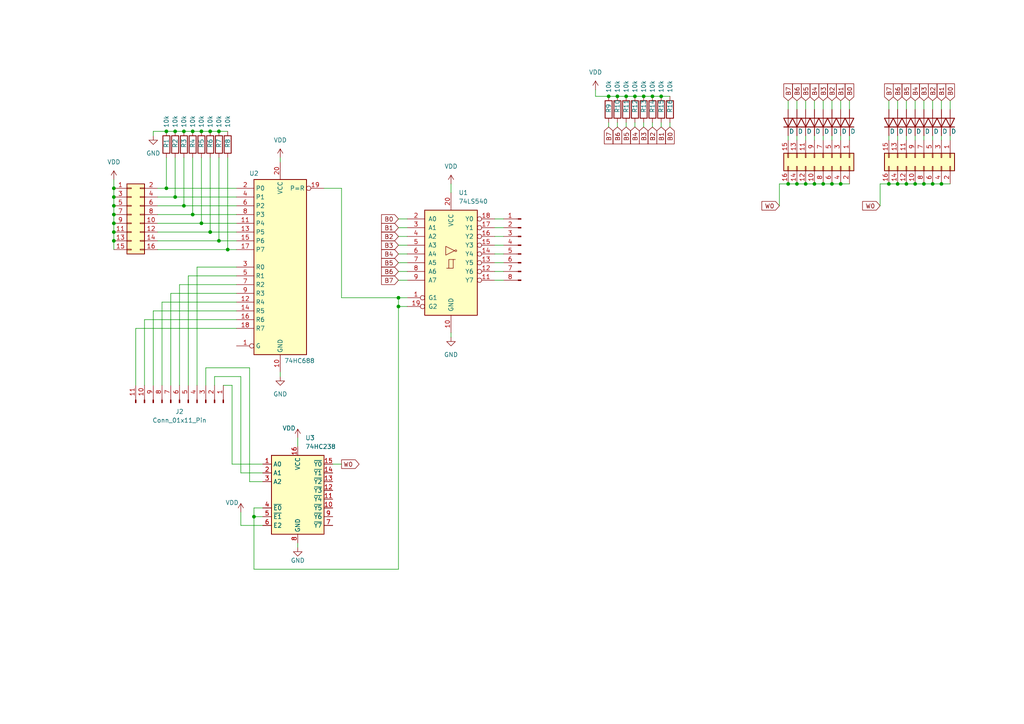
<source format=kicad_sch>
(kicad_sch (version 20231120) (generator "eeschema") (generator_version "8.0")
  (paper "A4")
  (lib_symbols
    (symbol "74xx:74HC138"
      (property "Reference" "U" (at -7.62 13.97 0))
      (property "Value" "74HC138" (at 2.54 -11.43 0))
      (symbol "74HC138_0_1"
        (rectangle (start -7.62 12.7) (end 7.62 -10.16) (stroke (width 0.254)) (fill (type background)))
      )
      (symbol "74HC138_1_1"
        (pin input line (at -10.16 10.16 0) (length 2.54) (name "A0") (number "1"))
        (pin output line (at 10.16 -2.54 180) (length 2.54) (name "~{Y5}") (number "10"))
        (pin output line (at 10.16 0 180) (length 2.54) (name "~{Y4}") (number "11"))
        (pin output line (at 10.16 2.54 180) (length 2.54) (name "~{Y3}") (number "12"))
        (pin output line (at 10.16 5.08 180) (length 2.54) (name "~{Y2}") (number "13"))
        (pin output line (at 10.16 7.62 180) (length 2.54) (name "~{Y1}") (number "14"))
        (pin output line (at 10.16 10.16 180) (length 2.54) (name "~{Y0}") (number "15"))
        (pin power_in line (at 0 15.24 270) (length 2.54) (name "VCC") (number "16"))
        (pin input line (at -10.16 7.62 0) (length 2.54) (name "A1") (number "2"))
        (pin input line (at -10.16 5.08 0) (length 2.54) (name "A2") (number "3"))
        (pin input line (at -10.16 -2.54 0) (length 2.54) (name "~{E0}") (number "4"))
        (pin input line (at -10.16 -5.08 0) (length 2.54) (name "~{E1}") (number "5"))
        (pin input line (at -10.16 -7.62 0) (length 2.54) (name "E2") (number "6"))
        (pin output line (at 10.16 -7.62 180) (length 2.54) (name "~{Y7}") (number "7"))
        (pin power_in line (at 0 -12.7 90) (length 2.54) (name "GND") (number "8"))
        (pin output line (at 10.16 -5.08 180) (length 2.54) (name "~{Y6}") (number "9"))
      )
    )
    (symbol "74xx:74HC688"
      (property "Reference" "U" (at -7.62 26.67 0))
      (property "Value" "74HC688" (at -7.62 -26.67 0))
      (symbol "74HC688_1_0"
        (pin input inverted (at -12.7 -22.86 0) (length 5.08) (name "G") (number "1"))
        (pin power_in line (at 0 -30.48 90) (length 5.08) (name "GND") (number "10"))
        (pin input line (at -12.7 12.7 0) (length 5.08) (name "P4") (number "11"))
        (pin input line (at -12.7 -10.16 0) (length 5.08) (name "R4") (number "12"))
        (pin input line (at -12.7 10.16 0) (length 5.08) (name "P5") (number "13"))
        (pin input line (at -12.7 -12.7 0) (length 5.08) (name "R5") (number "14"))
        (pin input line (at -12.7 7.62 0) (length 5.08) (name "P6") (number "15"))
        (pin input line (at -12.7 -15.24 0) (length 5.08) (name "R6") (number "16"))
        (pin input line (at -12.7 5.08 0) (length 5.08) (name "P7") (number "17"))
        (pin input line (at -12.7 -17.78 0) (length 5.08) (name "R7") (number "18"))
        (pin output inverted (at 12.7 22.86 180) (length 5.08) (name "P=R") (number "19"))
        (pin input line (at -12.7 22.86 0) (length 5.08) (name "P0") (number "2"))
        (pin power_in line (at 0 30.48 270) (length 5.08) (name "VCC") (number "20"))
        (pin input line (at -12.7 0 0) (length 5.08) (name "R0") (number "3"))
        (pin input line (at -12.7 20.32 0) (length 5.08) (name "P1") (number "4"))
        (pin input line (at -12.7 -2.54 0) (length 5.08) (name "R1") (number "5"))
        (pin input line (at -12.7 17.78 0) (length 5.08) (name "P2") (number "6"))
        (pin input line (at -12.7 -5.08 0) (length 5.08) (name "R2") (number "7"))
        (pin input line (at -12.7 15.24 0) (length 5.08) (name "P3") (number "8"))
        (pin input line (at -12.7 -7.62 0) (length 5.08) (name "R3") (number "9"))
      )
      (symbol "74HC688_1_1"
        (rectangle (start -7.62 25.4) (end 7.62 -25.4) (stroke (width 0.254)) (fill (type background)))
      )
    )
    (symbol "74xx:74LS540" (pin_names (offset 1.016))
      (property "Reference" "U" (at -7.62 16.51 0))
      (property "Value" "74LS540" (at -7.62 -16.51 0))
      (symbol "74LS540_1_0"
        (polyline (pts (xy -0.635 -1.6002) (xy -0.635 0.9398) (xy 0.635 0.9398)))
        (polyline (pts (xy -1.27 -1.6002) (xy 0.635 -1.6002) (xy 0.635 0.9398) (xy 1.27 0.9398)))
        (polyline (pts (xy 1.016 3.4798) (xy -1.524 4.7498) (xy -1.524 2.2098) (xy 1.016 3.4798)) (stroke (width 0.1524)))
        (circle (center 1.397 3.4798) (radius 0.254) (stroke (width 0.1524)))
        (pin input inverted (at -12.7 -10.16 0) (length 5.08) (name "G1") (number "1"))
        (pin power_in line (at 0 -20.32 90) (length 5.08) (name "GND") (number "10"))
        (pin tri_state inverted (at 12.7 -5.08 180) (length 5.08) (name "Y7") (number "11"))
        (pin tri_state inverted (at 12.7 -2.54 180) (length 5.08) (name "Y6") (number "12"))
        (pin tri_state inverted (at 12.7 0 180) (length 5.08) (name "Y5") (number "13"))
        (pin tri_state inverted (at 12.7 2.54 180) (length 5.08) (name "Y4") (number "14"))
        (pin tri_state inverted (at 12.7 5.08 180) (length 5.08) (name "Y3") (number "15"))
        (pin tri_state inverted (at 12.7 7.62 180) (length 5.08) (name "Y2") (number "16"))
        (pin tri_state inverted (at 12.7 10.16 180) (length 5.08) (name "Y1") (number "17"))
        (pin tri_state inverted (at 12.7 12.7 180) (length 5.08) (name "Y0") (number "18"))
        (pin input inverted (at -12.7 -12.7 0) (length 5.08) (name "G2") (number "19"))
        (pin input line (at -12.7 12.7 0) (length 5.08) (name "A0") (number "2"))
        (pin power_in line (at 0 20.32 270) (length 5.08) (name "VCC") (number "20"))
        (pin input line (at -12.7 10.16 0) (length 5.08) (name "A1") (number "3"))
        (pin input line (at -12.7 7.62 0) (length 5.08) (name "A2") (number "4"))
        (pin input line (at -12.7 5.08 0) (length 5.08) (name "A3") (number "5"))
        (pin input line (at -12.7 2.54 0) (length 5.08) (name "A4") (number "6"))
        (pin input line (at -12.7 0 0) (length 5.08) (name "A5") (number "7"))
        (pin input line (at -12.7 -2.54 0) (length 5.08) (name "A6") (number "8"))
        (pin input line (at -12.7 -5.08 0) (length 5.08) (name "A7") (number "9"))
      )
      (symbol "74LS540_1_1"
        (rectangle (start -7.62 15.24) (end 7.62 -15.24) (stroke (width 0.254)) (fill (type background)))
      )
    )
    (symbol "Connector:Conn_01x08_Pin" (pin_names (offset 1.016) hide)
      (property "Reference" "J" (at 0 10.16 0))
      (property "Value" "Conn_01x08_Pin" (at 0 -12.7 0))
      (symbol "Conn_01x08_Pin_1_1"
        (polyline (pts (xy 1.27 -10.16) (xy 0.8636 -10.16)) (stroke (width 0.1524)))
        (polyline (pts (xy 1.27 -7.62) (xy 0.8636 -7.62)) (stroke (width 0.1524)))
        (polyline (pts (xy 1.27 -5.08) (xy 0.8636 -5.08)) (stroke (width 0.1524)))
        (polyline (pts (xy 1.27 -2.54) (xy 0.8636 -2.54)) (stroke (width 0.1524)))
        (polyline (pts (xy 1.27 0) (xy 0.8636 0)) (stroke (width 0.1524)))
        (polyline (pts (xy 1.27 2.54) (xy 0.8636 2.54)) (stroke (width 0.1524)))
        (polyline (pts (xy 1.27 5.08) (xy 0.8636 5.08)) (stroke (width 0.1524)))
        (polyline (pts (xy 1.27 7.62) (xy 0.8636 7.62)) (stroke (width 0.1524)))
        (rectangle (start 0.8636 -10.033) (end 0 -10.287) (stroke (width 0.1524)) (fill (type outline)))
        (rectangle (start 0.8636 -7.493) (end 0 -7.747) (stroke (width 0.1524)) (fill (type outline)))
        (rectangle (start 0.8636 -4.953) (end 0 -5.207) (stroke (width 0.1524)) (fill (type outline)))
        (rectangle (start 0.8636 -2.413) (end 0 -2.667) (stroke (width 0.1524)) (fill (type outline)))
        (rectangle (start 0.8636 0.127) (end 0 -0.127) (stroke (width 0.1524)) (fill (type outline)))
        (rectangle (start 0.8636 2.667) (end 0 2.413) (stroke (width 0.1524)) (fill (type outline)))
        (rectangle (start 0.8636 5.207) (end 0 4.953) (stroke (width 0.1524)) (fill (type outline)))
        (rectangle (start 0.8636 7.747) (end 0 7.493) (stroke (width 0.1524)) (fill (type outline)))
        (pin passive line (at 5.08 7.62 180) (length 3.81) (name "Pin_1") (number "1"))
        (pin passive line (at 5.08 5.08 180) (length 3.81) (name "Pin_2") (number "2"))
        (pin passive line (at 5.08 2.54 180) (length 3.81) (name "Pin_3") (number "3"))
        (pin passive line (at 5.08 0 180) (length 3.81) (name "Pin_4") (number "4"))
        (pin passive line (at 5.08 -2.54 180) (length 3.81) (name "Pin_5") (number "5"))
        (pin passive line (at 5.08 -5.08 180) (length 3.81) (name "Pin_6") (number "6"))
        (pin passive line (at 5.08 -7.62 180) (length 3.81) (name "Pin_7") (number "7"))
        (pin passive line (at 5.08 -10.16 180) (length 3.81) (name "Pin_8") (number "8"))
      )
    )
    (symbol "Connector:Conn_01x11_Pin" (pin_names (offset 1.016) hide)
      (property "Reference" "J" (at 0 15.24 0))
      (property "Value" "Conn_01x11_Pin" (at 0 -15.24 0))
      (symbol "Conn_01x11_Pin_1_1"
        (polyline (pts (xy 1.27 -12.7) (xy 0.8636 -12.7)) (stroke (width 0.1524)))
        (polyline (pts (xy 1.27 -10.16) (xy 0.8636 -10.16)) (stroke (width 0.1524)))
        (polyline (pts (xy 1.27 -7.62) (xy 0.8636 -7.62)) (stroke (width 0.1524)))
        (polyline (pts (xy 1.27 -5.08) (xy 0.8636 -5.08)) (stroke (width 0.1524)))
        (polyline (pts (xy 1.27 -2.54) (xy 0.8636 -2.54)) (stroke (width 0.1524)))
        (polyline (pts (xy 1.27 0) (xy 0.8636 0)) (stroke (width 0.1524)))
        (polyline (pts (xy 1.27 2.54) (xy 0.8636 2.54)) (stroke (width 0.1524)))
        (polyline (pts (xy 1.27 5.08) (xy 0.8636 5.08)) (stroke (width 0.1524)))
        (polyline (pts (xy 1.27 7.62) (xy 0.8636 7.62)) (stroke (width 0.1524)))
        (polyline (pts (xy 1.27 10.16) (xy 0.8636 10.16)) (stroke (width 0.1524)))
        (polyline (pts (xy 1.27 12.7) (xy 0.8636 12.7)) (stroke (width 0.1524)))
        (rectangle (start 0.8636 -12.573) (end 0 -12.827) (stroke (width 0.1524)) (fill (type outline)))
        (rectangle (start 0.8636 -10.033) (end 0 -10.287) (stroke (width 0.1524)) (fill (type outline)))
        (rectangle (start 0.8636 -7.493) (end 0 -7.747) (stroke (width 0.1524)) (fill (type outline)))
        (rectangle (start 0.8636 -4.953) (end 0 -5.207) (stroke (width 0.1524)) (fill (type outline)))
        (rectangle (start 0.8636 -2.413) (end 0 -2.667) (stroke (width 0.1524)) (fill (type outline)))
        (rectangle (start 0.8636 0.127) (end 0 -0.127) (stroke (width 0.1524)) (fill (type outline)))
        (rectangle (start 0.8636 2.667) (end 0 2.413) (stroke (width 0.1524)) (fill (type outline)))
        (rectangle (start 0.8636 5.207) (end 0 4.953) (stroke (width 0.1524)) (fill (type outline)))
        (rectangle (start 0.8636 7.747) (end 0 7.493) (stroke (width 0.1524)) (fill (type outline)))
        (rectangle (start 0.8636 10.287) (end 0 10.033) (stroke (width 0.1524)) (fill (type outline)))
        (rectangle (start 0.8636 12.827) (end 0 12.573) (stroke (width 0.1524)) (fill (type outline)))
        (pin passive line (at 5.08 12.7 180) (length 3.81) (name "Pin_1") (number "1"))
        (pin passive line (at 5.08 -10.16 180) (length 3.81) (name "Pin_10") (number "10"))
        (pin passive line (at 5.08 -12.7 180) (length 3.81) (name "Pin_11") (number "11"))
        (pin passive line (at 5.08 10.16 180) (length 3.81) (name "Pin_2") (number "2"))
        (pin passive line (at 5.08 7.62 180) (length 3.81) (name "Pin_3") (number "3"))
        (pin passive line (at 5.08 5.08 180) (length 3.81) (name "Pin_4") (number "4"))
        (pin passive line (at 5.08 2.54 180) (length 3.81) (name "Pin_5") (number "5"))
        (pin passive line (at 5.08 0 180) (length 3.81) (name "Pin_6") (number "6"))
        (pin passive line (at 5.08 -2.54 180) (length 3.81) (name "Pin_7") (number "7"))
        (pin passive line (at 5.08 -5.08 180) (length 3.81) (name "Pin_8") (number "8"))
        (pin passive line (at 5.08 -7.62 180) (length 3.81) (name "Pin_9") (number "9"))
      )
    )
    (symbol "Connector_Generic:Conn_02x08_Odd_Even" (pin_names (offset 1.016) hide)
      (property "Reference" "J" (at 1.27 10.16 0))
      (property "Value" "Conn_02x08_Odd_Even" (at 1.27 -12.7 0))
      (symbol "Conn_02x08_Odd_Even_1_1"
        (rectangle (start -1.27 -10.033) (end 0 -10.287) (stroke (width 0.1524)))
        (rectangle (start -1.27 -7.493) (end 0 -7.747) (stroke (width 0.1524)))
        (rectangle (start -1.27 -4.953) (end 0 -5.207) (stroke (width 0.1524)))
        (rectangle (start -1.27 -2.413) (end 0 -2.667) (stroke (width 0.1524)))
        (rectangle (start -1.27 0.127) (end 0 -0.127) (stroke (width 0.1524)))
        (rectangle (start -1.27 2.667) (end 0 2.413) (stroke (width 0.1524)))
        (rectangle (start -1.27 5.207) (end 0 4.953) (stroke (width 0.1524)))
        (rectangle (start -1.27 7.747) (end 0 7.493) (stroke (width 0.1524)))
        (rectangle (start -1.27 8.89) (end 3.81 -11.43) (stroke (width 0.254)) (fill (type background)))
        (rectangle (start 3.81 -10.033) (end 2.54 -10.287) (stroke (width 0.1524)))
        (rectangle (start 3.81 -7.493) (end 2.54 -7.747) (stroke (width 0.1524)))
        (rectangle (start 3.81 -4.953) (end 2.54 -5.207) (stroke (width 0.1524)))
        (rectangle (start 3.81 -2.413) (end 2.54 -2.667) (stroke (width 0.1524)))
        (rectangle (start 3.81 0.127) (end 2.54 -0.127) (stroke (width 0.1524)))
        (rectangle (start 3.81 2.667) (end 2.54 2.413) (stroke (width 0.1524)))
        (rectangle (start 3.81 5.207) (end 2.54 4.953) (stroke (width 0.1524)))
        (rectangle (start 3.81 7.747) (end 2.54 7.493) (stroke (width 0.1524)))
        (pin passive line (at -5.08 7.62 0) (length 3.81) (name "Pin_1") (number "1"))
        (pin passive line (at 7.62 -2.54 180) (length 3.81) (name "Pin_10") (number "10"))
        (pin passive line (at -5.08 -5.08 0) (length 3.81) (name "Pin_11") (number "11"))
        (pin passive line (at 7.62 -5.08 180) (length 3.81) (name "Pin_12") (number "12"))
        (pin passive line (at -5.08 -7.62 0) (length 3.81) (name "Pin_13") (number "13"))
        (pin passive line (at 7.62 -7.62 180) (length 3.81) (name "Pin_14") (number "14"))
        (pin passive line (at -5.08 -10.16 0) (length 3.81) (name "Pin_15") (number "15"))
        (pin passive line (at 7.62 -10.16 180) (length 3.81) (name "Pin_16") (number "16"))
        (pin passive line (at 7.62 7.62 180) (length 3.81) (name "Pin_2") (number "2"))
        (pin passive line (at -5.08 5.08 0) (length 3.81) (name "Pin_3") (number "3"))
        (pin passive line (at 7.62 5.08 180) (length 3.81) (name "Pin_4") (number "4"))
        (pin passive line (at -5.08 2.54 0) (length 3.81) (name "Pin_5") (number "5"))
        (pin passive line (at 7.62 2.54 180) (length 3.81) (name "Pin_6") (number "6"))
        (pin passive line (at -5.08 0 0) (length 3.81) (name "Pin_7") (number "7"))
        (pin passive line (at 7.62 0 180) (length 3.81) (name "Pin_8") (number "8"))
        (pin passive line (at -5.08 -2.54 0) (length 3.81) (name "Pin_9") (number "9"))
      )
    )
    (symbol "Device:D" (pin_numbers hide) (pin_names (offset 1.016) hide)
      (property "Reference" "D" (at 0 2.54 0))
      (property "Value" "D" (at 0 -2.54 0))
      (symbol "D_0_1"
        (polyline (pts (xy -1.27 1.27) (xy -1.27 -1.27)) (stroke (width 0.254)))
        (polyline (pts (xy 1.27 0) (xy -1.27 0)))
        (polyline (pts (xy 1.27 1.27) (xy 1.27 -1.27) (xy -1.27 0) (xy 1.27 1.27)) (stroke (width 0.254)))
      )
      (symbol "D_1_1"
        (pin passive line (at -3.81 0 0) (length 2.54) (name "K") (number "1"))
        (pin passive line (at 3.81 0 180) (length 2.54) (name "A") (number "2"))
      )
    )
    (symbol "Device:R" (pin_numbers hide) (pin_names (offset 0))
      (property "Reference" "R" (at 2.032 0 90))
      (property "Value" "R" (at 0 0 90))
      (symbol "R_0_1"
        (rectangle (start -1.016 -2.54) (end 1.016 2.54) (stroke (width 0.254)))
      )
      (symbol "R_1_1"
        (pin passive line (at 0 3.81 270) (length 1.27) (name "~") (number "1"))
        (pin passive line (at 0 -3.81 90) (length 1.27) (name "~") (number "2"))
      )
    )
    (symbol "power:GND" (power) (pin_names (offset 0))
      (property "Value" "GND" (at 0 -3.81 0))
      (symbol "GND_0_1"
        (polyline (pts (xy 0 0) (xy 0 -1.27) (xy 1.27 -1.27) (xy 0 -2.54) (xy -1.27 -1.27) (xy 0 -1.27)))
      )
      (symbol "GND_1_1"
        (pin power_in line (at 0 0 270) (length 0) hide (name "GND") (number "1"))
      )
    )
    (symbol "power:VDD" (power) (pin_names (offset 0))
      (property "Value" "VDD" (at 0 3.81 0))
      (symbol "VDD_0_1"
        (polyline (pts (xy -0.762 1.27) (xy 0 2.54)))
        (polyline (pts (xy 0 0) (xy 0 2.54)))
        (polyline (pts (xy 0 2.54) (xy 0.762 1.27)))
      )
      (symbol "VDD_1_1"
        (pin power_in line (at 0 0 90) (length 0) hide (name "VDD") (number "1"))
      )
    )
  )
  (junction (at 60.96 38.1))
  (junction (at 186.69 27.94))
  (junction (at 270.51 53.34))
  (junction (at 236.22 53.34))
  (junction (at 33.02 67.31))
  (junction (at 53.34 38.1))
  (junction (at 262.89 53.34))
  (junction (at 33.02 57.15))
  (junction (at 33.02 54.61))
  (junction (at 53.34 59.69))
  (junction (at 241.3 53.34))
  (junction (at 179.07 27.94))
  (junction (at 189.23 27.94))
  (junction (at 243.84 53.34))
  (junction (at 267.97 53.34))
  (junction (at 63.5 38.1))
  (junction (at 181.61 27.94))
  (junction (at 233.68 53.34))
  (junction (at 191.77 27.94))
  (junction (at 184.15 27.94))
  (junction (at 55.88 38.1))
  (junction (at 265.43 53.34))
  (junction (at 176.53 27.94))
  (junction (at 33.02 64.77))
  (junction (at 58.42 38.1))
  (junction (at 63.5 69.85))
  (junction (at 260.35 53.34))
  (junction (at 33.02 69.85))
  (junction (at 115.57 88.9))
  (junction (at 48.26 38.1))
  (junction (at 115.57 86.36))
  (junction (at 50.8 38.1))
  (junction (at 55.88 62.23))
  (junction (at 73.66 149.86))
  (junction (at 66.04 72.39))
  (junction (at 231.14 53.34))
  (junction (at 48.26 54.61))
  (junction (at 33.02 59.69))
  (junction (at 238.76 53.34))
  (junction (at 257.81 53.34))
  (junction (at 50.8 57.15))
  (junction (at 60.96 67.31))
  (junction (at 58.42 64.77))
  (junction (at 273.05 53.34))
  (junction (at 228.6 53.34))
  (junction (at 33.02 62.23))
  (wire (pts (xy 257.81 53.34) (xy 260.35 53.34)))
  (wire (pts (xy 57.15 111.76) (xy 57.15 77.47)))
  (wire (pts (xy 226.06 53.34) (xy 226.06 59.69)))
  (wire (pts (xy 146.05 68.58) (xy 143.51 68.58)))
  (wire (pts (xy 146.05 73.66) (xy 143.51 73.66)))
  (wire (pts (xy 275.59 40.64) (xy 275.59 39.37)))
  (wire (pts (xy 231.14 53.34) (xy 233.68 53.34)))
  (wire (pts (xy 231.14 40.64) (xy 231.14 39.37)))
  (wire (pts (xy 241.3 29.21) (xy 241.3 31.75)))
  (wire (pts (xy 231.14 29.21) (xy 231.14 31.75)))
  (wire (pts (xy 46.99 87.63) (xy 68.58 87.63)))
  (wire (pts (xy 33.02 69.85) (xy 33.02 67.31)))
  (wire (pts (xy 191.77 36.83) (xy 191.77 35.56)))
  (wire (pts (xy 255.27 53.34) (xy 255.27 59.69)))
  (wire (pts (xy 146.05 66.04) (xy 143.51 66.04)))
  (wire (pts (xy 262.89 29.21) (xy 262.89 31.75)))
  (wire (pts (xy 58.42 45.72) (xy 58.42 64.77)))
  (wire (pts (xy 39.37 95.25) (xy 68.58 95.25)))
  (wire (pts (xy 59.69 106.68) (xy 72.39 106.68)))
  (wire (pts (xy 181.61 36.83) (xy 181.61 35.56)))
  (wire (pts (xy 45.72 72.39) (xy 66.04 72.39)))
  (wire (pts (xy 273.05 40.64) (xy 273.05 39.37)))
  (wire (pts (xy 267.97 40.64) (xy 267.97 39.37)))
  (wire (pts (xy 86.36 127) (xy 86.36 129.54)))
  (wire (pts (xy 55.88 38.1) (xy 58.42 38.1)))
  (wire (pts (xy 260.35 40.64) (xy 260.35 39.37)))
  (wire (pts (xy 257.81 29.21) (xy 257.81 31.75)))
  (wire (pts (xy 115.57 68.58) (xy 118.11 68.58)))
  (wire (pts (xy 60.96 38.1) (xy 63.5 38.1)))
  (wire (pts (xy 33.02 64.77) (xy 33.02 62.23)))
  (wire (pts (xy 53.34 45.72) (xy 53.34 59.69)))
  (wire (pts (xy 194.31 36.83) (xy 194.31 35.56)))
  (wire (pts (xy 33.02 57.15) (xy 33.02 54.61)))
  (wire (pts (xy 72.39 139.7) (xy 76.2 139.7)))
  (wire (pts (xy 181.61 27.94) (xy 184.15 27.94)))
  (wire (pts (xy 189.23 36.83) (xy 189.23 35.56)))
  (wire (pts (xy 60.96 67.31) (xy 68.58 67.31)))
  (wire (pts (xy 44.45 38.1) (xy 48.26 38.1)))
  (wire (pts (xy 57.15 77.47) (xy 68.58 77.47)))
  (wire (pts (xy 63.5 69.85) (xy 68.58 69.85)))
  (wire (pts (xy 146.05 81.28) (xy 143.51 81.28)))
  (wire (pts (xy 99.06 54.61) (xy 99.06 86.36)))
  (wire (pts (xy 146.05 78.74) (xy 143.51 78.74)))
  (wire (pts (xy 273.05 29.21) (xy 273.05 31.75)))
  (wire (pts (xy 260.35 29.21) (xy 260.35 31.75)))
  (wire (pts (xy 50.8 45.72) (xy 50.8 57.15)))
  (wire (pts (xy 76.2 147.32) (xy 73.66 147.32)))
  (wire (pts (xy 172.72 26.035) (xy 172.72 27.94)))
  (wire (pts (xy 241.3 40.64) (xy 241.3 39.37)))
  (wire (pts (xy 41.91 92.71) (xy 68.58 92.71)))
  (wire (pts (xy 69.85 109.22) (xy 69.85 137.16)))
  (wire (pts (xy 238.76 40.64) (xy 238.76 39.37)))
  (wire (pts (xy 265.43 29.21) (xy 265.43 31.75)))
  (wire (pts (xy 48.26 54.61) (xy 68.58 54.61)))
  (wire (pts (xy 44.45 38.1) (xy 44.45 39.37)))
  (wire (pts (xy 55.88 62.23) (xy 68.58 62.23)))
  (wire (pts (xy 275.59 29.21) (xy 275.59 31.75)))
  (wire (pts (xy 184.15 27.94) (xy 186.69 27.94)))
  (wire (pts (xy 172.72 27.94) (xy 176.53 27.94)))
  (wire (pts (xy 255.27 53.34) (xy 257.81 53.34)))
  (wire (pts (xy 146.05 76.2) (xy 143.51 76.2)))
  (wire (pts (xy 115.57 78.74) (xy 118.11 78.74)))
  (wire (pts (xy 54.61 111.76) (xy 54.61 80.01)))
  (wire (pts (xy 186.69 27.94) (xy 189.23 27.94)))
  (wire (pts (xy 115.57 63.5) (xy 118.11 63.5)))
  (wire (pts (xy 246.38 29.21) (xy 246.38 31.75)))
  (wire (pts (xy 33.02 54.61) (xy 33.02 52.07)))
  (wire (pts (xy 64.77 111.76) (xy 67.31 111.76)))
  (wire (pts (xy 238.76 53.34) (xy 241.3 53.34)))
  (wire (pts (xy 67.31 111.76) (xy 67.31 134.62)))
  (wire (pts (xy 69.85 137.16) (xy 76.2 137.16)))
  (wire (pts (xy 260.35 53.34) (xy 262.89 53.34)))
  (wire (pts (xy 243.84 53.34) (xy 246.38 53.34)))
  (wire (pts (xy 62.23 111.76) (xy 62.23 109.22)))
  (wire (pts (xy 228.6 29.21) (xy 228.6 31.75)))
  (wire (pts (xy 115.57 76.2) (xy 118.11 76.2)))
  (wire (pts (xy 66.04 45.72) (xy 66.04 72.39)))
  (wire (pts (xy 52.07 82.55) (xy 68.58 82.55)))
  (wire (pts (xy 44.45 111.76) (xy 44.45 90.17)))
  (wire (pts (xy 262.89 53.34) (xy 265.43 53.34)))
  (wire (pts (xy 184.15 36.83) (xy 184.15 35.56)))
  (wire (pts (xy 236.22 40.64) (xy 236.22 39.37)))
  (wire (pts (xy 233.68 29.21) (xy 233.68 31.75)))
  (wire (pts (xy 45.72 54.61) (xy 48.26 54.61)))
  (wire (pts (xy 45.72 69.85) (xy 63.5 69.85)))
  (wire (pts (xy 33.02 72.39) (xy 33.02 69.85)))
  (wire (pts (xy 49.53 111.76) (xy 49.53 85.09)))
  (wire (pts (xy 115.57 81.28) (xy 118.11 81.28)))
  (wire (pts (xy 270.51 29.21) (xy 270.51 31.75)))
  (wire (pts (xy 236.22 53.34) (xy 238.76 53.34)))
  (wire (pts (xy 238.76 29.21) (xy 238.76 31.75)))
  (wire (pts (xy 58.42 38.1) (xy 60.96 38.1)))
  (wire (pts (xy 186.69 36.83) (xy 186.69 35.56)))
  (wire (pts (xy 176.53 36.83) (xy 176.53 35.56)))
  (wire (pts (xy 45.72 62.23) (xy 55.88 62.23)))
  (wire (pts (xy 146.05 63.5) (xy 143.51 63.5)))
  (wire (pts (xy 115.57 86.36) (xy 115.57 88.9)))
  (wire (pts (xy 86.36 157.48) (xy 86.36 158.75)))
  (wire (pts (xy 233.68 40.64) (xy 233.68 39.37)))
  (wire (pts (xy 50.8 38.1) (xy 53.34 38.1)))
  (wire (pts (xy 63.5 45.72) (xy 63.5 69.85)))
  (wire (pts (xy 189.23 27.94) (xy 191.77 27.94)))
  (wire (pts (xy 241.3 53.34) (xy 243.84 53.34)))
  (wire (pts (xy 191.77 27.94) (xy 194.31 27.94)))
  (wire (pts (xy 54.61 80.01) (xy 68.58 80.01)))
  (wire (pts (xy 59.69 111.76) (xy 59.69 106.68)))
  (wire (pts (xy 226.06 53.34) (xy 228.6 53.34)))
  (wire (pts (xy 73.66 149.86) (xy 73.66 165.1)))
  (wire (pts (xy 115.57 71.12) (xy 118.11 71.12)))
  (wire (pts (xy 99.06 134.62) (xy 96.52 134.62)))
  (wire (pts (xy 273.05 53.34) (xy 275.59 53.34)))
  (wire (pts (xy 46.99 111.76) (xy 46.99 87.63)))
  (wire (pts (xy 67.31 134.62) (xy 76.2 134.62)))
  (wire (pts (xy 115.57 88.9) (xy 118.11 88.9)))
  (wire (pts (xy 52.07 111.76) (xy 52.07 82.55)))
  (wire (pts (xy 60.96 45.72) (xy 60.96 67.31)))
  (wire (pts (xy 53.34 38.1) (xy 55.88 38.1)))
  (wire (pts (xy 246.38 40.64) (xy 246.38 39.37)))
  (wire (pts (xy 267.97 29.21) (xy 267.97 31.75)))
  (wire (pts (xy 45.72 67.31) (xy 60.96 67.31)))
  (wire (pts (xy 130.81 96.52) (xy 130.81 97.79)))
  (wire (pts (xy 179.07 27.94) (xy 181.61 27.94)))
  (wire (pts (xy 73.66 165.1) (xy 115.57 165.1)))
  (wire (pts (xy 270.51 53.34) (xy 273.05 53.34)))
  (wire (pts (xy 81.28 107.95) (xy 81.28 109.22)))
  (wire (pts (xy 228.6 40.64) (xy 228.6 39.37)))
  (wire (pts (xy 265.43 53.34) (xy 267.97 53.34)))
  (wire (pts (xy 45.72 64.77) (xy 58.42 64.77)))
  (wire (pts (xy 48.26 38.1) (xy 50.8 38.1)))
  (wire (pts (xy 41.91 111.76) (xy 41.91 92.71)))
  (wire (pts (xy 48.26 45.72) (xy 48.26 54.61)))
  (wire (pts (xy 69.85 152.4) (xy 69.85 148.59)))
  (wire (pts (xy 130.81 53.34) (xy 130.81 55.88)))
  (wire (pts (xy 53.34 59.69) (xy 68.58 59.69)))
  (wire (pts (xy 55.88 45.72) (xy 55.88 62.23)))
  (wire (pts (xy 115.57 165.1) (xy 115.57 88.9)))
  (wire (pts (xy 45.72 59.69) (xy 53.34 59.69)))
  (wire (pts (xy 115.57 86.36) (xy 118.11 86.36)))
  (wire (pts (xy 257.81 40.64) (xy 257.81 39.37)))
  (wire (pts (xy 50.8 57.15) (xy 68.58 57.15)))
  (wire (pts (xy 228.6 53.34) (xy 231.14 53.34)))
  (wire (pts (xy 146.05 71.12) (xy 143.51 71.12)))
  (wire (pts (xy 115.57 66.04) (xy 118.11 66.04)))
  (wire (pts (xy 267.97 53.34) (xy 270.51 53.34)))
  (wire (pts (xy 44.45 90.17) (xy 68.58 90.17)))
  (wire (pts (xy 176.53 27.94) (xy 179.07 27.94)))
  (wire (pts (xy 179.07 36.83) (xy 179.07 35.56)))
  (wire (pts (xy 99.06 86.36) (xy 115.57 86.36)))
  (wire (pts (xy 236.22 29.21) (xy 236.22 31.75)))
  (wire (pts (xy 76.2 152.4) (xy 69.85 152.4)))
  (wire (pts (xy 99.06 54.61) (xy 93.98 54.61)))
  (wire (pts (xy 45.72 57.15) (xy 50.8 57.15)))
  (wire (pts (xy 66.04 72.39) (xy 68.58 72.39)))
  (wire (pts (xy 58.42 64.77) (xy 68.58 64.77)))
  (wire (pts (xy 72.39 106.68) (xy 72.39 139.7)))
  (wire (pts (xy 115.57 73.66) (xy 118.11 73.66)))
  (wire (pts (xy 33.02 62.23) (xy 33.02 59.69)))
  (wire (pts (xy 270.51 40.64) (xy 270.51 39.37)))
  (wire (pts (xy 33.02 59.69) (xy 33.02 57.15)))
  (wire (pts (xy 73.66 147.32) (xy 73.66 149.86)))
  (wire (pts (xy 63.5 38.1) (xy 66.04 38.1)))
  (wire (pts (xy 39.37 111.76) (xy 39.37 95.25)))
  (wire (pts (xy 233.68 53.34) (xy 236.22 53.34)))
  (wire (pts (xy 62.23 109.22) (xy 69.85 109.22)))
  (wire (pts (xy 33.02 67.31) (xy 33.02 64.77)))
  (wire (pts (xy 81.28 45.72) (xy 81.28 46.99)))
  (wire (pts (xy 243.84 40.64) (xy 243.84 39.37)))
  (wire (pts (xy 262.89 40.64) (xy 262.89 39.37)))
  (wire (pts (xy 73.66 149.86) (xy 76.2 149.86)))
  (wire (pts (xy 265.43 40.64) (xy 265.43 39.37)))
  (wire (pts (xy 49.53 85.09) (xy 68.58 85.09)))
  (wire (pts (xy 243.84 29.21) (xy 243.84 31.75)))
  (global_label "W0" (shape output) (at 99.06 134.62 0) (property "Intersheetrefs" "${INTERSHEET_REFS}" (effects (hide yes))))
  (global_label "B3" (shape input) (at 267.97 29.21 90) (property "Intersheetrefs" "${INTERSHEET_REFS}" (effects (hide yes))))
  (global_label "B4" (shape input) (at 184.15 36.83 270) (property "Intersheetrefs" "${INTERSHEET_REFS}" (effects (hide yes))))
  (global_label "B3" (shape input) (at 186.69 36.83 270) (property "Intersheetrefs" "${INTERSHEET_REFS}" (effects (hide yes))))
  (global_label "B4" (shape input) (at 265.43 29.21 90) (property "Intersheetrefs" "${INTERSHEET_REFS}" (effects (hide yes))))
  (global_label "W0" (shape input) (at 226.06 59.69 180) (property "Intersheetrefs" "${INTERSHEET_REFS}" (effects (hide yes))))
  (global_label "B3" (shape input) (at 238.76 29.21 90) (property "Intersheetrefs" "${INTERSHEET_REFS}" (effects (hide yes))))
  (global_label "B2" (shape input) (at 115.57 68.58 180) (property "Intersheetrefs" "${INTERSHEET_REFS}" (effects (hide yes))))
  (global_label "B0" (shape input) (at 246.38 29.21 90) (property "Intersheetrefs" "${INTERSHEET_REFS}" (effects (hide yes))))
  (global_label "B6" (shape input) (at 179.07 36.83 270) (property "Intersheetrefs" "${INTERSHEET_REFS}" (effects (hide yes))))
  (global_label "B7" (shape input) (at 115.57 81.28 180) (property "Intersheetrefs" "${INTERSHEET_REFS}" (effects (hide yes))))
  (global_label "B0" (shape input) (at 115.57 63.5 180) (property "Intersheetrefs" "${INTERSHEET_REFS}" (effects (hide yes))))
  (global_label "B7" (shape input) (at 228.6 29.21 90) (property "Intersheetrefs" "${INTERSHEET_REFS}" (effects (hide yes))))
  (global_label "B5" (shape input) (at 115.57 76.2 180) (property "Intersheetrefs" "${INTERSHEET_REFS}" (effects (hide yes))))
  (global_label "B2" (shape input) (at 189.23 36.83 270) (property "Intersheetrefs" "${INTERSHEET_REFS}" (effects (hide yes))))
  (global_label "B6" (shape input) (at 115.57 78.74 180) (property "Intersheetrefs" "${INTERSHEET_REFS}" (effects (hide yes))))
  (global_label "B1" (shape input) (at 115.57 66.04 180) (property "Intersheetrefs" "${INTERSHEET_REFS}" (effects (hide yes))))
  (global_label "B1" (shape input) (at 243.84 29.21 90) (property "Intersheetrefs" "${INTERSHEET_REFS}" (effects (hide yes))))
  (global_label "W0" (shape input) (at 255.27 59.69 180) (property "Intersheetrefs" "${INTERSHEET_REFS}" (effects (hide yes))))
  (global_label "B2" (shape input) (at 241.3 29.21 90) (property "Intersheetrefs" "${INTERSHEET_REFS}" (effects (hide yes))))
  (global_label "B1" (shape input) (at 191.77 36.83 270) (property "Intersheetrefs" "${INTERSHEET_REFS}" (effects (hide yes))))
  (global_label "B5" (shape input) (at 233.68 29.21 90) (property "Intersheetrefs" "${INTERSHEET_REFS}" (effects (hide yes))))
  (global_label "B0" (shape input) (at 275.59 29.21 90) (property "Intersheetrefs" "${INTERSHEET_REFS}" (effects (hide yes))))
  (global_label "B4" (shape input) (at 115.57 73.66 180) (property "Intersheetrefs" "${INTERSHEET_REFS}" (effects (hide yes))))
  (global_label "B1" (shape input) (at 273.05 29.21 90) (property "Intersheetrefs" "${INTERSHEET_REFS}" (effects (hide yes))))
  (global_label "B4" (shape input) (at 236.22 29.21 90) (property "Intersheetrefs" "${INTERSHEET_REFS}" (effects (hide yes))))
  (global_label "B6" (shape input) (at 260.35 29.21 90) (property "Intersheetrefs" "${INTERSHEET_REFS}" (effects (hide yes))))
  (global_label "B6" (shape input) (at 231.14 29.21 90) (property "Intersheetrefs" "${INTERSHEET_REFS}" (effects (hide yes))))
  (global_label "B5" (shape input) (at 181.61 36.83 270) (property "Intersheetrefs" "${INTERSHEET_REFS}" (effects (hide yes))))
  (global_label "B7" (shape input) (at 257.81 29.21 90) (property "Intersheetrefs" "${INTERSHEET_REFS}" (effects (hide yes))))
  (global_label "B2" (shape input) (at 270.51 29.21 90) (property "Intersheetrefs" "${INTERSHEET_REFS}" (effects (hide yes))))
  (global_label "B3" (shape input) (at 115.57 71.12 180) (property "Intersheetrefs" "${INTERSHEET_REFS}" (effects (hide yes))))
  (global_label "B5" (shape input) (at 262.89 29.21 90) (property "Intersheetrefs" "${INTERSHEET_REFS}" (effects (hide yes))))
  (global_label "B7" (shape input) (at 176.53 36.83 270) (property "Intersheetrefs" "${INTERSHEET_REFS}" (effects (hide yes))))
  (global_label "B0" (shape input) (at 194.31 36.83 270) (property "Intersheetrefs" "${INTERSHEET_REFS}" (effects (hide yes))))
  (symbol (lib_id "Device:R") (at 179.07 31.75 0) (unit 1)
    (property "Reference" "R10" (at 179.07 32.766 90) (effects (justify left)))
    (property "Value" "10k" (at 179.07 26.924 90) (effects (justify left)))
    (property "Footprint" "Capacitor_SMD:C_0402_1005Metric" (effects (hide yes)))
    (property "Description" "Resistor" (effects (hide yes)))
  )
  (symbol (lib_id "74xx:74LS540") (at 130.81 76.2 0) (unit 1)
    (property "Reference" "U1" (at 133.0041 55.88 0) (effects (justify left)))
    (property "Value" "74LS540" (at 133.0041 58.42 0) (effects (justify left)))
    (property "Footprint" "Package_SO:SOIC-20W_7.5x12.8mm_P1.27mm" (effects (hide yes)))
    (property "Datasheet" "http://www.ti.com/lit/gpn/sn74LS540" (effects (hide yes)))
    (property "Description" "8-bit Buffer/Line driver Inverter, 3-state outputs" (effects (hide yes)))
  )
  (symbol (lib_id "power:VDD") (at 172.72 26.035 0) (unit 1)
    (property "Reference" "#PWR01" (effects (hide yes)))
    (property "Value" "VDD" (at 172.72 20.955 0))
    (property "Description" "Power symbol creates a global label with name \"VDD\"" (effects (hide yes)))
  )
  (symbol (lib_id "Device:R") (at 48.26 41.91 0) (unit 1)
    (property "Reference" "R1" (at 48.26 42.926 90) (effects (justify left)))
    (property "Value" "10k" (at 48.26 37.084 90) (effects (justify left)))
    (property "Footprint" "Capacitor_SMD:C_0402_1005Metric" (effects (hide yes)))
    (property "Description" "Resistor" (effects (hide yes)))
  )
  (symbol (lib_id "74xx:74HC688") (at 81.28 77.47 0) (unit 1)
    (property "Reference" "U2" (at 73.66 50.292 0))
    (property "Value" "74HC688" (at 86.868 104.648 0))
    (property "Footprint" "Package_SO:SOIC-20W_7.5x12.8mm_P1.27mm" (effects (hide yes)))
    (property "Datasheet" "https://www.ti.com/lit/ds/symlink/cd54hc688.pdf" (effects (hide yes)))
    (property "Description" "8-bit magnitude comparator" (effects (hide yes)))
  )
  (symbol (lib_id "Device:R") (at 194.31 31.75 0) (unit 1)
    (property "Reference" "R16" (at 194.31 32.766 90) (effects (justify left)))
    (property "Value" "10k" (at 194.31 26.924 90) (effects (justify left)))
    (property "Footprint" "Capacitor_SMD:C_0402_1005Metric" (effects (hide yes)))
    (property "Description" "Resistor" (effects (hide yes)))
  )
  (symbol (lib_id "power:GND") (at 130.81 97.79 0) (unit 1)
    (property "Reference" "#PWR04" (effects (hide yes)))
    (property "Value" "GND" (at 130.81 102.87 0))
    (property "Description" "Power symbol creates a global label with name \"GND\" , ground" (effects (hide yes)))
  )
  (symbol (lib_id "power:GND") (at 86.36 158.75 0) (unit 1)
    (property "Reference" "#PWR09" (effects (hide yes)))
    (property "Value" "GND" (at 86.36 162.56 0))
    (property "Description" "Power symbol creates a global label with name \"GND\" , ground" (effects (hide yes)))
  )
  (symbol (lib_id "Device:R") (at 60.96 41.91 0) (unit 1)
    (property "Reference" "R6" (at 60.96 42.926 90) (effects (justify left)))
    (property "Value" "10k" (at 60.96 37.084 90) (effects (justify left)))
    (property "Footprint" "Capacitor_SMD:C_0402_1005Metric" (effects (hide yes)))
    (property "Description" "Resistor" (effects (hide yes)))
  )
  (symbol (lib_id "Device:D") (at 267.97 35.56 90) (unit 1)
    (property "Reference" "D13" (effects (hide yes)))
    (property "Value" "D" (at 268.224 38.1 90) (effects (justify right)))
    (property "Footprint" "Diode_SMD:D_SOD-123" (effects (hide yes)))
    (property "Description" "Diode" (effects (hide yes)))
    (property "Sim.Device" "D" (effects (hide yes)))
    (property "Sim.Pins" "1=K 2=A" (effects (hide yes)))
  )
  (symbol (lib_id "power:VDD") (at 86.36 127 0) (unit 1)
    (property "Reference" "#PWR08" (effects (hide yes)))
    (property "Value" "VDD" (at 83.82 124.206 0))
    (property "Description" "Power symbol creates a global label with name \"VDD\"" (effects (hide yes)))
  )
  (symbol (lib_id "Device:D") (at 275.59 35.56 90) (unit 1)
    (property "Reference" "D16" (effects (hide yes)))
    (property "Value" "D" (at 275.844 38.1 90) (effects (justify right)))
    (property "Footprint" "Diode_SMD:D_SOD-123" (effects (hide yes)))
    (property "Description" "Diode" (effects (hide yes)))
    (property "Sim.Device" "D" (effects (hide yes)))
    (property "Sim.Pins" "1=K 2=A" (effects (hide yes)))
  )
  (symbol (lib_id "Device:D") (at 265.43 35.56 90) (unit 1)
    (property "Reference" "D12" (effects (hide yes)))
    (property "Value" "D" (at 265.684 38.1 90) (effects (justify right)))
    (property "Footprint" "Diode_SMD:D_SOD-123" (effects (hide yes)))
    (property "Description" "Diode" (effects (hide yes)))
    (property "Sim.Device" "D" (effects (hide yes)))
    (property "Sim.Pins" "1=K 2=A" (effects (hide yes)))
  )
  (symbol (lib_id "Device:D") (at 231.14 35.56 90) (unit 1)
    (property "Reference" "D6" (effects (hide yes)))
    (property "Value" "D" (at 231.394 38.1 90) (effects (justify right)))
    (property "Footprint" "Diode_SMD:D_SOD-123" (effects (hide yes)))
    (property "Description" "Diode" (effects (hide yes)))
    (property "Sim.Device" "D" (effects (hide yes)))
    (property "Sim.Pins" "1=K 2=A" (effects (hide yes)))
  )
  (symbol (lib_id "power:GND") (at 81.28 109.22 0) (unit 1)
    (property "Reference" "#PWR06" (effects (hide yes)))
    (property "Value" "GND" (at 81.28 114.3 0))
    (property "Description" "Power symbol creates a global label with name \"GND\" , ground" (effects (hide yes)))
  )
  (symbol (lib_id "Device:D") (at 270.51 35.56 90) (unit 1)
    (property "Reference" "D14" (effects (hide yes)))
    (property "Value" "D" (at 270.764 38.1 90) (effects (justify right)))
    (property "Footprint" "Diode_SMD:D_SOD-123" (effects (hide yes)))
    (property "Description" "Diode" (effects (hide yes)))
    (property "Sim.Device" "D" (effects (hide yes)))
    (property "Sim.Pins" "1=K 2=A" (effects (hide yes)))
  )
  (symbol (lib_id "Device:D") (at 262.89 35.56 90) (unit 1)
    (property "Reference" "D11" (effects (hide yes)))
    (property "Value" "D" (at 263.144 38.1 90) (effects (justify right)))
    (property "Footprint" "Diode_SMD:D_SOD-123" (effects (hide yes)))
    (property "Description" "Diode" (effects (hide yes)))
    (property "Sim.Device" "D" (effects (hide yes)))
    (property "Sim.Pins" "1=K 2=A" (effects (hide yes)))
  )
  (symbol (lib_id "Connector:Conn_01x08_Pin") (at 151.13 71.12 0) (mirror y) (unit 1)
    (property "Reference" "J11" (effects (hide yes)))
    (property "Value" "Conn_01x08_Pin" (effects (hide yes)))
    (property "Footprint" "Connector_PinHeader_2.54mm:PinHeader_1x08_P2.54mm_Vertical" (effects (hide yes)))
    (property "Description" "Generic connector, single row, 01x08, script generated" (effects (hide yes)))
  )
  (symbol (lib_id "power:VDD") (at 69.85 148.59 0) (unit 1)
    (property "Reference" "#PWR010" (effects (hide yes)))
    (property "Value" "VDD" (at 67.31 145.796 0))
    (property "Description" "Power symbol creates a global label with name \"VDD\"" (effects (hide yes)))
  )
  (symbol (lib_id "Device:R") (at 50.8 41.91 0) (unit 1)
    (property "Reference" "R2" (at 50.8 42.926 90) (effects (justify left)))
    (property "Value" "10k" (at 50.8 37.084 90) (effects (justify left)))
    (property "Footprint" "Capacitor_SMD:C_0402_1005Metric" (effects (hide yes)))
    (property "Description" "Resistor" (effects (hide yes)))
  )
  (symbol (lib_id "Connector_Generic:Conn_02x08_Odd_Even") (at 267.97 45.72 270) (unit 1)
    (property "Reference" "J3" (effects (hide yes)))
    (property "Value" "DIN41612_02x16_AB" (effects (hide yes)))
    (property "Footprint" "Connector_PinHeader_2.54mm:PinHeader_2x08_P2.54mm_Vertical" (effects (hide yes)))
    (property "Description" "Generic connector, double row, 02x08, odd/even pin numbering scheme (row 1 odd numbers, row 2 even numbers), script generated (kicad-library-utils/schlib/autogen/connector/)" (effects (hide yes)))
  )
  (symbol (lib_id "Device:R") (at 181.61 31.75 0) (unit 1)
    (property "Reference" "R11" (at 181.61 32.766 90) (effects (justify left)))
    (property "Value" "10k" (at 181.61 26.924 90) (effects (justify left)))
    (property "Footprint" "Capacitor_SMD:C_0402_1005Metric" (effects (hide yes)))
    (property "Description" "Resistor" (effects (hide yes)))
  )
  (symbol (lib_id "Device:R") (at 191.77 31.75 0) (unit 1)
    (property "Reference" "R15" (at 191.77 32.766 90) (effects (justify left)))
    (property "Value" "10k" (at 191.77 26.924 90) (effects (justify left)))
    (property "Footprint" "Capacitor_SMD:C_0402_1005Metric" (effects (hide yes)))
    (property "Description" "Resistor" (effects (hide yes)))
  )
  (symbol (lib_id "Device:D") (at 246.38 35.56 90) (unit 1)
    (property "Reference" "D1" (effects (hide yes)))
    (property "Value" "D" (at 246.634 38.1 90) (effects (justify right)))
    (property "Footprint" "Diode_SMD:D_SOD-123" (effects (hide yes)))
    (property "Description" "Diode" (effects (hide yes)))
    (property "Sim.Device" "D" (effects (hide yes)))
    (property "Sim.Pins" "1=K 2=A" (effects (hide yes)))
  )
  (symbol (lib_id "Device:R") (at 53.34 41.91 0) (unit 1)
    (property "Reference" "R3" (at 53.34 42.926 90) (effects (justify left)))
    (property "Value" "10k" (at 53.34 37.084 90) (effects (justify left)))
    (property "Footprint" "Capacitor_SMD:C_0402_1005Metric" (effects (hide yes)))
    (property "Description" "Resistor" (effects (hide yes)))
  )
  (symbol (lib_id "power:VDD") (at 33.02 52.07 0) (unit 1)
    (property "Reference" "#PWR07" (effects (hide yes)))
    (property "Value" "VDD" (at 33.02 46.99 0))
    (property "Description" "Power symbol creates a global label with name \"VDD\"" (effects (hide yes)))
  )
  (symbol (lib_id "Device:D") (at 238.76 35.56 90) (unit 1)
    (property "Reference" "D3" (effects (hide yes)))
    (property "Value" "D" (at 239.014 38.1 90) (effects (justify right)))
    (property "Footprint" "Diode_SMD:D_SOD-123" (effects (hide yes)))
    (property "Description" "Diode" (effects (hide yes)))
    (property "Sim.Device" "D" (effects (hide yes)))
    (property "Sim.Pins" "1=K 2=A" (effects (hide yes)))
  )
  (symbol (lib_id "Device:D") (at 228.6 35.56 90) (unit 1)
    (property "Reference" "D5" (effects (hide yes)))
    (property "Value" "D" (at 228.854 38.1 90) (effects (justify right)))
    (property "Footprint" "Diode_SMD:D_SOD-123" (effects (hide yes)))
    (property "Description" "Diode" (effects (hide yes)))
    (property "Sim.Device" "D" (effects (hide yes)))
    (property "Sim.Pins" "1=K 2=A" (effects (hide yes)))
  )
  (symbol (lib_id "Device:D") (at 260.35 35.56 90) (unit 1)
    (property "Reference" "D10" (effects (hide yes)))
    (property "Value" "D" (at 260.604 38.1 90) (effects (justify right)))
    (property "Footprint" "Diode_SMD:D_SOD-123" (effects (hide yes)))
    (property "Description" "Diode" (effects (hide yes)))
    (property "Sim.Device" "D" (effects (hide yes)))
    (property "Sim.Pins" "1=K 2=A" (effects (hide yes)))
  )
  (symbol (lib_id "Connector:Conn_01x11_Pin") (at 52.07 116.84 270) (mirror x) (unit 1)
    (property "Reference" "J2" (at 52.07 119.38 90))
    (property "Value" "Conn_01x11_Pin" (at 52.07 121.92 90))
    (property "Footprint" "Connector_PinHeader_2.54mm:PinHeader_1x11_P2.54mm_Vertical" (effects (hide yes)))
    (property "Description" "Generic connector, single row, 01x11, script generated" (effects (hide yes)))
  )
  (symbol (lib_id "Device:D") (at 243.84 35.56 90) (unit 1)
    (property "Reference" "D2" (effects (hide yes)))
    (property "Value" "D" (at 244.094 38.1 90) (effects (justify right)))
    (property "Footprint" "Diode_SMD:D_SOD-123" (effects (hide yes)))
    (property "Description" "Diode" (effects (hide yes)))
    (property "Sim.Device" "D" (effects (hide yes)))
    (property "Sim.Pins" "1=K 2=A" (effects (hide yes)))
  )
  (symbol (lib_id "Device:R") (at 176.53 31.75 0) (unit 1)
    (property "Reference" "R9" (at 176.53 32.766 90) (effects (justify left)))
    (property "Value" "10k" (at 176.53 26.924 90) (effects (justify left)))
    (property "Footprint" "Capacitor_SMD:C_0402_1005Metric" (effects (hide yes)))
    (property "Description" "Resistor" (effects (hide yes)))
  )
  (symbol (lib_id "74xx:74HC138") (at 86.36 144.78 0) (unit 1)
    (property "Reference" "U3" (at 88.5541 127 0) (effects (justify left)))
    (property "Value" "74HC238" (at 88.5541 129.54 0) (effects (justify left)))
    (property "Footprint" "Package_SO:SOIC-16_3.9x9.9mm_P1.27mm" (effects (hide yes)))
    (property "Datasheet" "http://www.ti.com/lit/ds/symlink/cd74hc238.pdf" (effects (hide yes)))
    (property "Description" "3-to-8 line decoder/multiplexer inverting, DIP-16/SOIC-16/SSOP-16" (effects (hide yes)))
  )
  (symbol (lib_id "Device:D") (at 241.3 35.56 90) (unit 1)
    (property "Reference" "D4" (effects (hide yes)))
    (property "Value" "D" (at 241.554 38.1 90) (effects (justify right)))
    (property "Footprint" "Diode_SMD:D_SOD-123" (effects (hide yes)))
    (property "Description" "Diode" (effects (hide yes)))
    (property "Sim.Device" "D" (effects (hide yes)))
    (property "Sim.Pins" "1=K 2=A" (effects (hide yes)))
  )
  (symbol (lib_id "power:VDD") (at 81.28 45.72 0) (unit 1)
    (property "Reference" "#PWR03" (effects (hide yes)))
    (property "Value" "VDD" (at 81.28 40.64 0))
    (property "Description" "Power symbol creates a global label with name \"VDD\"" (effects (hide yes)))
  )
  (symbol (lib_id "Device:R") (at 55.88 41.91 0) (unit 1)
    (property "Reference" "R4" (at 55.88 42.926 90) (effects (justify left)))
    (property "Value" "10k" (at 55.88 37.084 90) (effects (justify left)))
    (property "Footprint" "Capacitor_SMD:C_0402_1005Metric" (effects (hide yes)))
    (property "Description" "Resistor" (effects (hide yes)))
  )
  (symbol (lib_id "Connector_Generic:Conn_02x08_Odd_Even") (at 238.76 45.72 270) (unit 1)
    (property "Reference" "J12" (effects (hide yes)))
    (property "Value" "DIN41612_02x16_AB" (effects (hide yes)))
    (property "Footprint" "Connector_PinHeader_2.54mm:PinHeader_2x08_P2.54mm_Vertical" (effects (hide yes)))
    (property "Description" "Generic connector, double row, 02x08, odd/even pin numbering scheme (row 1 odd numbers, row 2 even numbers), script generated (kicad-library-utils/schlib/autogen/connector/)" (effects (hide yes)))
  )
  (symbol (lib_id "Device:R") (at 186.69 31.75 0) (unit 1)
    (property "Reference" "R13" (at 186.69 32.766 90) (effects (justify left)))
    (property "Value" "10k" (at 186.69 26.924 90) (effects (justify left)))
    (property "Footprint" "Capacitor_SMD:C_0402_1005Metric" (effects (hide yes)))
    (property "Description" "Resistor" (effects (hide yes)))
  )
  (symbol (lib_id "Device:D") (at 236.22 35.56 90) (unit 1)
    (property "Reference" "D8" (effects (hide yes)))
    (property "Value" "D" (at 236.474 38.1 90) (effects (justify right)))
    (property "Footprint" "Diode_SMD:D_SOD-123" (effects (hide yes)))
    (property "Description" "Diode" (effects (hide yes)))
    (property "Sim.Device" "D" (effects (hide yes)))
    (property "Sim.Pins" "1=K 2=A" (effects (hide yes)))
  )
  (symbol (lib_id "Device:D") (at 257.81 35.56 90) (unit 1)
    (property "Reference" "D9" (effects (hide yes)))
    (property "Value" "D" (at 258.064 38.1 90) (effects (justify right)))
    (property "Footprint" "Diode_SMD:D_SOD-123" (effects (hide yes)))
    (property "Description" "Diode" (effects (hide yes)))
    (property "Sim.Device" "D" (effects (hide yes)))
    (property "Sim.Pins" "1=K 2=A" (effects (hide yes)))
  )
  (symbol (lib_id "Device:D") (at 233.68 35.56 90) (unit 1)
    (property "Reference" "D7" (effects (hide yes)))
    (property "Value" "D" (at 233.934 38.1 90) (effects (justify right)))
    (property "Footprint" "Diode_SMD:D_SOD-123" (effects (hide yes)))
    (property "Description" "Diode" (effects (hide yes)))
    (property "Sim.Device" "D" (effects (hide yes)))
    (property "Sim.Pins" "1=K 2=A" (effects (hide yes)))
  )
  (symbol (lib_id "power:GND") (at 44.45 39.37 0) (unit 1)
    (property "Reference" "#PWR02" (effects (hide yes)))
    (property "Value" "GND" (at 44.45 44.45 0))
    (property "Description" "Power symbol creates a global label with name \"GND\" , ground" (effects (hide yes)))
  )
  (symbol (lib_id "Device:R") (at 58.42 41.91 0) (unit 1)
    (property "Reference" "R5" (at 58.42 42.926 90) (effects (justify left)))
    (property "Value" "10k" (at 58.42 37.084 90) (effects (justify left)))
    (property "Footprint" "Capacitor_SMD:C_0402_1005Metric" (effects (hide yes)))
    (property "Description" "Resistor" (effects (hide yes)))
  )
  (symbol (lib_id "Device:R") (at 66.04 41.91 0) (unit 1)
    (property "Reference" "R8" (at 66.04 42.926 90) (effects (justify left)))
    (property "Value" "10k" (at 66.04 37.084 90) (effects (justify left)))
    (property "Footprint" "Capacitor_SMD:C_0402_1005Metric" (effects (hide yes)))
    (property "Description" "Resistor" (effects (hide yes)))
  )
  (symbol (lib_id "Connector_Generic:Conn_02x08_Odd_Even") (at 38.1 62.23 0) (unit 1)
    (property "Reference" "J1" (effects (hide yes)))
    (property "Value" "DIN41612_02x16_AB" (effects (hide yes)))
    (property "Footprint" "Connector_PinHeader_2.54mm:PinHeader_2x08_P2.54mm_Vertical" (effects (hide yes)))
    (property "Description" "Generic connector, double row, 02x08, odd/even pin numbering scheme (row 1 odd numbers, row 2 even numbers), script generated (kicad-library-utils/schlib/autogen/connector/)" (effects (hide yes)))
  )
  (symbol (lib_id "Device:R") (at 63.5 41.91 0) (unit 1)
    (property "Reference" "R7" (at 63.5 42.926 90) (effects (justify left)))
    (property "Value" "10k" (at 63.5 37.084 90) (effects (justify left)))
    (property "Footprint" "Capacitor_SMD:C_0402_1005Metric" (effects (hide yes)))
    (property "Description" "Resistor" (effects (hide yes)))
  )
  (symbol (lib_id "Device:R") (at 184.15 31.75 0) (unit 1)
    (property "Reference" "R12" (at 184.15 32.766 90) (effects (justify left)))
    (property "Value" "10k" (at 184.15 26.924 90) (effects (justify left)))
    (property "Footprint" "Capacitor_SMD:C_0402_1005Metric" (effects (hide yes)))
    (property "Description" "Resistor" (effects (hide yes)))
  )
  (symbol (lib_id "power:VDD") (at 130.81 53.34 0) (unit 1)
    (property "Reference" "#PWR05" (effects (hide yes)))
    (property "Value" "VDD" (at 130.81 48.26 0))
    (property "Description" "Power symbol creates a global label with name \"VDD\"" (effects (hide yes)))
  )
  (symbol (lib_id "Device:R") (at 189.23 31.75 0) (unit 1)
    (property "Reference" "R14" (at 189.23 32.766 90) (effects (justify left)))
    (property "Value" "10k" (at 189.23 26.924 90) (effects (justify left)))
    (property "Footprint" "Capacitor_SMD:C_0402_1005Metric" (effects (hide yes)))
    (property "Description" "Resistor" (effects (hide yes)))
  )
  (symbol (lib_id "Device:D") (at 273.05 35.56 90) (unit 1)
    (property "Reference" "D15" (effects (hide yes)))
    (property "Value" "D" (at 273.304 38.1 90) (effects (justify right)))
    (property "Footprint" "Diode_SMD:D_SOD-123" (effects (hide yes)))
    (property "Description" "Diode" (effects (hide yes)))
    (property "Sim.Device" "D" (effects (hide yes)))
    (property "Sim.Pins" "1=K 2=A" (effects (hide yes)))
  )
)
</source>
